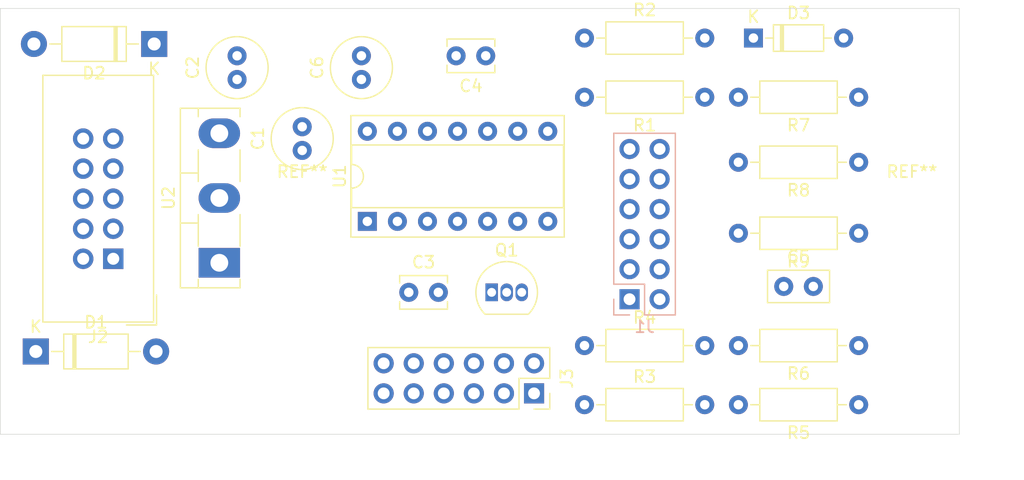
<source format=kicad_pcb>
(kicad_pcb (version 20171130) (host pcbnew 5.1.5-52549c5~84~ubuntu18.04.1)

  (general
    (thickness 1.6)
    (drawings 4)
    (tracks 0)
    (zones 0)
    (modules 26)
    (nets 27)
  )

  (page A4)
  (layers
    (0 F.Cu signal)
    (31 B.Cu signal)
    (32 B.Adhes user)
    (33 F.Adhes user)
    (34 B.Paste user)
    (35 F.Paste user)
    (36 B.SilkS user)
    (37 F.SilkS user)
    (38 B.Mask user)
    (39 F.Mask user)
    (40 Dwgs.User user)
    (41 Cmts.User user)
    (42 Eco1.User user)
    (43 Eco2.User user)
    (44 Edge.Cuts user)
    (45 Margin user)
    (46 B.CrtYd user)
    (47 F.CrtYd user)
    (48 B.Fab user)
    (49 F.Fab user)
  )

  (setup
    (last_trace_width 0.25)
    (trace_clearance 0.2)
    (zone_clearance 0.508)
    (zone_45_only no)
    (trace_min 0.2)
    (via_size 0.8)
    (via_drill 0.4)
    (via_min_size 0.4)
    (via_min_drill 0.3)
    (uvia_size 0.3)
    (uvia_drill 0.1)
    (uvias_allowed no)
    (uvia_min_size 0.2)
    (uvia_min_drill 0.1)
    (edge_width 0.05)
    (segment_width 0.2)
    (pcb_text_width 0.3)
    (pcb_text_size 1.5 1.5)
    (mod_edge_width 0.12)
    (mod_text_size 1 1)
    (mod_text_width 0.15)
    (pad_size 1.524 1.524)
    (pad_drill 0.762)
    (pad_to_mask_clearance 0.051)
    (solder_mask_min_width 0.25)
    (aux_axis_origin 0 0)
    (visible_elements FFFFFF7F)
    (pcbplotparams
      (layerselection 0x010fc_ffffffff)
      (usegerberextensions false)
      (usegerberattributes false)
      (usegerberadvancedattributes false)
      (creategerberjobfile false)
      (excludeedgelayer true)
      (linewidth 0.100000)
      (plotframeref false)
      (viasonmask false)
      (mode 1)
      (useauxorigin false)
      (hpglpennumber 1)
      (hpglpenspeed 20)
      (hpglpendiameter 15.000000)
      (psnegative false)
      (psa4output false)
      (plotreference true)
      (plotvalue true)
      (plotinvisibletext false)
      (padsonsilk false)
      (subtractmaskfromsilk false)
      (outputformat 1)
      (mirror false)
      (drillshape 1)
      (scaleselection 1)
      (outputdirectory ""))
  )

  (net 0 "")
  (net 1 GND)
  (net 2 "Net-(C5-Pad2)")
  (net 3 "Net-(C5-Pad1)")
  (net 4 VCC)
  (net 5 /TRIG6_M)
  (net 6 /TRIG5_M)
  (net 7 /TRIG4_M)
  (net 8 OUT)
  (net 9 /TRIG3_M)
  (net 10 "Net-(J1-Pad5)")
  (net 11 /TRIG2_M)
  (net 12 CVOFFS)
  (net 13 /TRIG1_M)
  (net 14 CVIN)
  (net 15 STATUS)
  (net 16 AUDIO)
  (net 17 CVB)
  (net 18 REST)
  (net 19 "Net-(Q1-Pad2)")
  (net 20 "Net-(R1-Pad1)")
  (net 21 "Net-(R5-Pad2)")
  (net 22 "Net-(R8-Pad1)")
  (net 23 "Net-(C1-Pad1)")
  (net 24 "Net-(C2-Pad2)")
  (net 25 /+12V)
  (net 26 /-12V)

  (net_class Default "This is the default net class."
    (clearance 0.2)
    (trace_width 0.25)
    (via_dia 0.8)
    (via_drill 0.4)
    (uvia_dia 0.3)
    (uvia_drill 0.1)
    (add_net /+12V)
    (add_net /-12V)
    (add_net /TRIG1_M)
    (add_net /TRIG2_M)
    (add_net /TRIG3_M)
    (add_net /TRIG4_M)
    (add_net /TRIG5_M)
    (add_net /TRIG6_M)
    (add_net AUDIO)
    (add_net CVB)
    (add_net CVIN)
    (add_net CVOFFS)
    (add_net GND)
    (add_net "Net-(C1-Pad1)")
    (add_net "Net-(C2-Pad2)")
    (add_net "Net-(C5-Pad1)")
    (add_net "Net-(C5-Pad2)")
    (add_net "Net-(J1-Pad5)")
    (add_net "Net-(Q1-Pad2)")
    (add_net "Net-(R1-Pad1)")
    (add_net "Net-(R5-Pad2)")
    (add_net "Net-(R8-Pad1)")
    (add_net OUT)
    (add_net REST)
    (add_net STATUS)
    (add_net VCC)
  )

  (module MountingHole:MountingHole_3.2mm_M3 (layer F.Cu) (tedit 56D1B4CB) (tstamp 5E538AB9)
    (at 173 88)
    (descr "Mounting Hole 3.2mm, no annular, M3")
    (tags "mounting hole 3.2mm no annular m3")
    (attr virtual)
    (fp_text reference REF** (at 0 -4.2) (layer F.SilkS)
      (effects (font (size 1 1) (thickness 0.15)))
    )
    (fp_text value MountingHole_3.2mm_M3 (at 0 4.2) (layer F.Fab)
      (effects (font (size 1 1) (thickness 0.15)))
    )
    (fp_circle (center 0 0) (end 3.45 0) (layer F.CrtYd) (width 0.05))
    (fp_circle (center 0 0) (end 3.2 0) (layer Cmts.User) (width 0.15))
    (fp_text user %R (at 0.3 0) (layer F.Fab)
      (effects (font (size 1 1) (thickness 0.15)))
    )
    (pad 1 np_thru_hole circle (at 0 0) (size 3.2 3.2) (drill 3.2) (layers *.Cu *.Mask))
  )

  (module MountingHole:MountingHole_3.2mm_M3 (layer F.Cu) (tedit 56D1B4CB) (tstamp 5E5389FD)
    (at 121.5 88)
    (descr "Mounting Hole 3.2mm, no annular, M3")
    (tags "mounting hole 3.2mm no annular m3")
    (attr virtual)
    (fp_text reference REF** (at 0 -4.2) (layer F.SilkS)
      (effects (font (size 1 1) (thickness 0.15)))
    )
    (fp_text value MountingHole_3.2mm_M3 (at 0 4.2) (layer F.Fab)
      (effects (font (size 1 1) (thickness 0.15)))
    )
    (fp_circle (center 0 0) (end 3.45 0) (layer F.CrtYd) (width 0.05))
    (fp_circle (center 0 0) (end 3.2 0) (layer Cmts.User) (width 0.15))
    (fp_text user %R (at 0.3 0) (layer F.Fab)
      (effects (font (size 1 1) (thickness 0.15)))
    )
    (pad 1 np_thru_hole circle (at 0 0) (size 3.2 3.2) (drill 3.2) (layers *.Cu *.Mask))
  )

  (module Package_TO_SOT_THT:TO-218-3_Vertical (layer F.Cu) (tedit 5ACBC81F) (tstamp 5E52CE54)
    (at 114.5 91.5 90)
    (descr "TO-218-3, Vertical, RM 5.475mm, SOT-93, see https://www.vishay.com/docs/95214/fto218.pdf")
    (tags "TO-218-3 Vertical RM 5.475mm SOT-93")
    (path /5E564B89)
    (fp_text reference U2 (at 5.475 -4.29 90) (layer F.SilkS)
      (effects (font (size 1 1) (thickness 0.15)))
    )
    (fp_text value L7805 (at 5.475 3 90) (layer F.Fab)
      (effects (font (size 1 1) (thickness 0.15)))
    )
    (fp_text user %R (at 5.475 -4.29 90) (layer F.Fab)
      (effects (font (size 1 1) (thickness 0.15)))
    )
    (fp_line (start 13.2 -3.42) (end -2.25 -3.42) (layer F.CrtYd) (width 0.05))
    (fp_line (start 13.2 2) (end 13.2 -3.42) (layer F.CrtYd) (width 0.05))
    (fp_line (start -2.25 2) (end 13.2 2) (layer F.CrtYd) (width 0.05))
    (fp_line (start -2.25 -3.42) (end -2.25 2) (layer F.CrtYd) (width 0.05))
    (fp_line (start 7.59 -3.29) (end 7.59 -1.78) (layer F.SilkS) (width 0.12))
    (fp_line (start 3.36 -3.29) (end 3.36 -1.78) (layer F.SilkS) (width 0.12))
    (fp_line (start 12.35 -1.78) (end 13.065 -1.78) (layer F.SilkS) (width 0.12))
    (fp_line (start 6.875 -1.78) (end 9.55 -1.78) (layer F.SilkS) (width 0.12))
    (fp_line (start 1.4 -1.78) (end 4.075 -1.78) (layer F.SilkS) (width 0.12))
    (fp_line (start -2.115 -1.78) (end -1.4 -1.78) (layer F.SilkS) (width 0.12))
    (fp_line (start 13.065 -3.29) (end 13.065 1.75) (layer F.SilkS) (width 0.12))
    (fp_line (start -2.115 -3.29) (end -2.115 1.75) (layer F.SilkS) (width 0.12))
    (fp_line (start 12.35 1.75) (end 13.065 1.75) (layer F.SilkS) (width 0.12))
    (fp_line (start 6.875 1.75) (end 9.55 1.75) (layer F.SilkS) (width 0.12))
    (fp_line (start 1.4 1.75) (end 4.075 1.75) (layer F.SilkS) (width 0.12))
    (fp_line (start -2.115 1.75) (end -1.4 1.75) (layer F.SilkS) (width 0.12))
    (fp_line (start -2.115 -3.29) (end 13.065 -3.29) (layer F.SilkS) (width 0.12))
    (fp_line (start 7.59 -3.17) (end 7.59 -1.9) (layer F.Fab) (width 0.1))
    (fp_line (start 3.36 -3.17) (end 3.36 -1.9) (layer F.Fab) (width 0.1))
    (fp_line (start -1.995 -1.9) (end 12.945 -1.9) (layer F.Fab) (width 0.1))
    (fp_line (start 12.945 -3.17) (end -1.995 -3.17) (layer F.Fab) (width 0.1))
    (fp_line (start 12.945 1.63) (end 12.945 -3.17) (layer F.Fab) (width 0.1))
    (fp_line (start -1.995 1.63) (end 12.945 1.63) (layer F.Fab) (width 0.1))
    (fp_line (start -1.995 -3.17) (end -1.995 1.63) (layer F.Fab) (width 0.1))
    (pad 3 thru_hole oval (at 10.95 0 90) (size 2.5 3.5) (drill 1.5) (layers *.Cu *.Mask)
      (net 4 VCC))
    (pad 2 thru_hole oval (at 5.475 0 90) (size 2.5 3.5) (drill 1.5) (layers *.Cu *.Mask)
      (net 1 GND))
    (pad 1 thru_hole rect (at 0 0 90) (size 2.5 3.5) (drill 1.5) (layers *.Cu *.Mask)
      (net 23 "Net-(C1-Pad1)"))
    (model ${KISYS3DMOD}/Package_TO_SOT_THT.3dshapes/TO-218-3_Vertical.wrl
      (at (xyz 0 0 0))
      (scale (xyz 1 1 1))
      (rotate (xyz 0 0 0))
    )
  )

  (module Connector_IDC:IDC-Header_2x05_P2.54mm_Vertical (layer F.Cu) (tedit 59DE0611) (tstamp 5E52CD07)
    (at 105.54 91.16 180)
    (descr "Through hole straight IDC box header, 2x05, 2.54mm pitch, double rows")
    (tags "Through hole IDC box header THT 2x05 2.54mm double row")
    (path /5E564B6B)
    (fp_text reference J2 (at 1.27 -6.604) (layer F.SilkS)
      (effects (font (size 1 1) (thickness 0.15)))
    )
    (fp_text value EURO_PWR_2x5 (at 1.27 16.764) (layer F.Fab)
      (effects (font (size 1 1) (thickness 0.15)))
    )
    (fp_line (start -3.655 -5.6) (end -1.115 -5.6) (layer F.SilkS) (width 0.12))
    (fp_line (start -3.655 -5.6) (end -3.655 -3.06) (layer F.SilkS) (width 0.12))
    (fp_line (start -3.405 -5.35) (end 5.945 -5.35) (layer F.SilkS) (width 0.12))
    (fp_line (start -3.405 15.51) (end -3.405 -5.35) (layer F.SilkS) (width 0.12))
    (fp_line (start 5.945 15.51) (end -3.405 15.51) (layer F.SilkS) (width 0.12))
    (fp_line (start 5.945 -5.35) (end 5.945 15.51) (layer F.SilkS) (width 0.12))
    (fp_line (start -3.41 -5.35) (end 5.95 -5.35) (layer F.CrtYd) (width 0.05))
    (fp_line (start -3.41 15.51) (end -3.41 -5.35) (layer F.CrtYd) (width 0.05))
    (fp_line (start 5.95 15.51) (end -3.41 15.51) (layer F.CrtYd) (width 0.05))
    (fp_line (start 5.95 -5.35) (end 5.95 15.51) (layer F.CrtYd) (width 0.05))
    (fp_line (start -3.155 15.26) (end -2.605 14.7) (layer F.Fab) (width 0.1))
    (fp_line (start -3.155 -5.1) (end -2.605 -4.56) (layer F.Fab) (width 0.1))
    (fp_line (start 5.695 15.26) (end 5.145 14.7) (layer F.Fab) (width 0.1))
    (fp_line (start 5.695 -5.1) (end 5.145 -4.56) (layer F.Fab) (width 0.1))
    (fp_line (start 5.145 14.7) (end -2.605 14.7) (layer F.Fab) (width 0.1))
    (fp_line (start 5.695 15.26) (end -3.155 15.26) (layer F.Fab) (width 0.1))
    (fp_line (start 5.145 -4.56) (end -2.605 -4.56) (layer F.Fab) (width 0.1))
    (fp_line (start 5.695 -5.1) (end -3.155 -5.1) (layer F.Fab) (width 0.1))
    (fp_line (start -2.605 7.33) (end -3.155 7.33) (layer F.Fab) (width 0.1))
    (fp_line (start -2.605 2.83) (end -3.155 2.83) (layer F.Fab) (width 0.1))
    (fp_line (start -2.605 7.33) (end -2.605 14.7) (layer F.Fab) (width 0.1))
    (fp_line (start -2.605 -4.56) (end -2.605 2.83) (layer F.Fab) (width 0.1))
    (fp_line (start -3.155 -5.1) (end -3.155 15.26) (layer F.Fab) (width 0.1))
    (fp_line (start 5.145 -4.56) (end 5.145 14.7) (layer F.Fab) (width 0.1))
    (fp_line (start 5.695 -5.1) (end 5.695 15.26) (layer F.Fab) (width 0.1))
    (fp_text user %R (at 1.27 5.08) (layer F.Fab)
      (effects (font (size 1 1) (thickness 0.15)))
    )
    (pad 10 thru_hole oval (at 2.54 10.16 180) (size 1.7272 1.7272) (drill 1.016) (layers *.Cu *.Mask)
      (net 26 /-12V))
    (pad 9 thru_hole oval (at 0 10.16 180) (size 1.7272 1.7272) (drill 1.016) (layers *.Cu *.Mask)
      (net 26 /-12V))
    (pad 8 thru_hole oval (at 2.54 7.62 180) (size 1.7272 1.7272) (drill 1.016) (layers *.Cu *.Mask)
      (net 1 GND))
    (pad 7 thru_hole oval (at 0 7.62 180) (size 1.7272 1.7272) (drill 1.016) (layers *.Cu *.Mask)
      (net 1 GND))
    (pad 6 thru_hole oval (at 2.54 5.08 180) (size 1.7272 1.7272) (drill 1.016) (layers *.Cu *.Mask)
      (net 1 GND))
    (pad 5 thru_hole oval (at 0 5.08 180) (size 1.7272 1.7272) (drill 1.016) (layers *.Cu *.Mask)
      (net 1 GND))
    (pad 4 thru_hole oval (at 2.54 2.54 180) (size 1.7272 1.7272) (drill 1.016) (layers *.Cu *.Mask)
      (net 1 GND))
    (pad 3 thru_hole oval (at 0 2.54 180) (size 1.7272 1.7272) (drill 1.016) (layers *.Cu *.Mask)
      (net 1 GND))
    (pad 2 thru_hole oval (at 2.54 0 180) (size 1.7272 1.7272) (drill 1.016) (layers *.Cu *.Mask)
      (net 25 /+12V))
    (pad 1 thru_hole rect (at 0 0 180) (size 1.7272 1.7272) (drill 1.016) (layers *.Cu *.Mask)
      (net 25 /+12V))
    (model ${KISYS3DMOD}/Connector_IDC.3dshapes/IDC-Header_2x05_P2.54mm_Vertical.wrl
      (at (xyz 0 0 0))
      (scale (xyz 1 1 1))
      (rotate (xyz 0 0 0))
    )
  )

  (module Package_DIP:DIP-14_W7.62mm_Socket (layer F.Cu) (tedit 5A02E8C5) (tstamp 5E52CE34)
    (at 127 88 90)
    (descr "14-lead though-hole mounted DIP package, row spacing 7.62 mm (300 mils), Socket")
    (tags "THT DIP DIL PDIP 2.54mm 7.62mm 300mil Socket")
    (path /5E564BDF)
    (fp_text reference U1 (at 3.81 -2.33 90) (layer F.SilkS)
      (effects (font (size 1 1) (thickness 0.15)))
    )
    (fp_text value TL074 (at 3.81 17.57 90) (layer F.Fab)
      (effects (font (size 1 1) (thickness 0.15)))
    )
    (fp_text user %R (at 3.81 7.62 90) (layer F.Fab)
      (effects (font (size 1 1) (thickness 0.15)))
    )
    (fp_line (start 9.15 -1.6) (end -1.55 -1.6) (layer F.CrtYd) (width 0.05))
    (fp_line (start 9.15 16.85) (end 9.15 -1.6) (layer F.CrtYd) (width 0.05))
    (fp_line (start -1.55 16.85) (end 9.15 16.85) (layer F.CrtYd) (width 0.05))
    (fp_line (start -1.55 -1.6) (end -1.55 16.85) (layer F.CrtYd) (width 0.05))
    (fp_line (start 8.95 -1.39) (end -1.33 -1.39) (layer F.SilkS) (width 0.12))
    (fp_line (start 8.95 16.63) (end 8.95 -1.39) (layer F.SilkS) (width 0.12))
    (fp_line (start -1.33 16.63) (end 8.95 16.63) (layer F.SilkS) (width 0.12))
    (fp_line (start -1.33 -1.39) (end -1.33 16.63) (layer F.SilkS) (width 0.12))
    (fp_line (start 6.46 -1.33) (end 4.81 -1.33) (layer F.SilkS) (width 0.12))
    (fp_line (start 6.46 16.57) (end 6.46 -1.33) (layer F.SilkS) (width 0.12))
    (fp_line (start 1.16 16.57) (end 6.46 16.57) (layer F.SilkS) (width 0.12))
    (fp_line (start 1.16 -1.33) (end 1.16 16.57) (layer F.SilkS) (width 0.12))
    (fp_line (start 2.81 -1.33) (end 1.16 -1.33) (layer F.SilkS) (width 0.12))
    (fp_line (start 8.89 -1.33) (end -1.27 -1.33) (layer F.Fab) (width 0.1))
    (fp_line (start 8.89 16.57) (end 8.89 -1.33) (layer F.Fab) (width 0.1))
    (fp_line (start -1.27 16.57) (end 8.89 16.57) (layer F.Fab) (width 0.1))
    (fp_line (start -1.27 -1.33) (end -1.27 16.57) (layer F.Fab) (width 0.1))
    (fp_line (start 0.635 -0.27) (end 1.635 -1.27) (layer F.Fab) (width 0.1))
    (fp_line (start 0.635 16.51) (end 0.635 -0.27) (layer F.Fab) (width 0.1))
    (fp_line (start 6.985 16.51) (end 0.635 16.51) (layer F.Fab) (width 0.1))
    (fp_line (start 6.985 -1.27) (end 6.985 16.51) (layer F.Fab) (width 0.1))
    (fp_line (start 1.635 -1.27) (end 6.985 -1.27) (layer F.Fab) (width 0.1))
    (fp_arc (start 3.81 -1.33) (end 2.81 -1.33) (angle -180) (layer F.SilkS) (width 0.12))
    (pad 14 thru_hole oval (at 7.62 0 90) (size 1.6 1.6) (drill 0.8) (layers *.Cu *.Mask))
    (pad 7 thru_hole oval (at 0 15.24 90) (size 1.6 1.6) (drill 0.8) (layers *.Cu *.Mask)
      (net 21 "Net-(R5-Pad2)"))
    (pad 13 thru_hole oval (at 7.62 2.54 90) (size 1.6 1.6) (drill 0.8) (layers *.Cu *.Mask))
    (pad 6 thru_hole oval (at 0 12.7 90) (size 1.6 1.6) (drill 0.8) (layers *.Cu *.Mask)
      (net 15 STATUS))
    (pad 12 thru_hole oval (at 7.62 5.08 90) (size 1.6 1.6) (drill 0.8) (layers *.Cu *.Mask))
    (pad 5 thru_hole oval (at 0 10.16 90) (size 1.6 1.6) (drill 0.8) (layers *.Cu *.Mask)
      (net 20 "Net-(R1-Pad1)"))
    (pad 11 thru_hole oval (at 7.62 7.62 90) (size 1.6 1.6) (drill 0.8) (layers *.Cu *.Mask)
      (net 24 "Net-(C2-Pad2)"))
    (pad 4 thru_hole oval (at 0 7.62 90) (size 1.6 1.6) (drill 0.8) (layers *.Cu *.Mask)
      (net 23 "Net-(C1-Pad1)"))
    (pad 10 thru_hole oval (at 7.62 10.16 90) (size 1.6 1.6) (drill 0.8) (layers *.Cu *.Mask)
      (net 3 "Net-(C5-Pad1)"))
    (pad 3 thru_hole oval (at 0 5.08 90) (size 1.6 1.6) (drill 0.8) (layers *.Cu *.Mask)
      (net 1 GND))
    (pad 9 thru_hole oval (at 7.62 12.7 90) (size 1.6 1.6) (drill 0.8) (layers *.Cu *.Mask)
      (net 19 "Net-(Q1-Pad2)"))
    (pad 2 thru_hole oval (at 0 2.54 90) (size 1.6 1.6) (drill 0.8) (layers *.Cu *.Mask)
      (net 22 "Net-(R8-Pad1)"))
    (pad 8 thru_hole oval (at 7.62 15.24 90) (size 1.6 1.6) (drill 0.8) (layers *.Cu *.Mask)
      (net 19 "Net-(Q1-Pad2)"))
    (pad 1 thru_hole rect (at 0 0 90) (size 1.6 1.6) (drill 0.8) (layers *.Cu *.Mask)
      (net 8 OUT))
    (model ${KISYS3DMOD}/Package_DIP.3dshapes/DIP-14_W7.62mm_Socket.wrl
      (at (xyz 0 0 0))
      (scale (xyz 1 1 1))
      (rotate (xyz 0 0 0))
    )
  )

  (module Resistor_THT:R_Axial_DIN0207_L6.3mm_D2.5mm_P10.16mm_Horizontal (layer F.Cu) (tedit 5AE5139B) (tstamp 5E52CE0A)
    (at 168.5 89 180)
    (descr "Resistor, Axial_DIN0207 series, Axial, Horizontal, pin pitch=10.16mm, 0.25W = 1/4W, length*diameter=6.3*2.5mm^2, http://cdn-reichelt.de/documents/datenblatt/B400/1_4W%23YAG.pdf")
    (tags "Resistor Axial_DIN0207 series Axial Horizontal pin pitch 10.16mm 0.25W = 1/4W length 6.3mm diameter 2.5mm")
    (path /5E564C18)
    (fp_text reference R9 (at 5.08 -2.37) (layer F.SilkS)
      (effects (font (size 1 1) (thickness 0.15)))
    )
    (fp_text value 47K (at 5.08 2.37) (layer F.Fab)
      (effects (font (size 1 1) (thickness 0.15)))
    )
    (fp_text user %R (at 5.08 0) (layer F.Fab)
      (effects (font (size 1 1) (thickness 0.15)))
    )
    (fp_line (start 11.21 -1.5) (end -1.05 -1.5) (layer F.CrtYd) (width 0.05))
    (fp_line (start 11.21 1.5) (end 11.21 -1.5) (layer F.CrtYd) (width 0.05))
    (fp_line (start -1.05 1.5) (end 11.21 1.5) (layer F.CrtYd) (width 0.05))
    (fp_line (start -1.05 -1.5) (end -1.05 1.5) (layer F.CrtYd) (width 0.05))
    (fp_line (start 9.12 0) (end 8.35 0) (layer F.SilkS) (width 0.12))
    (fp_line (start 1.04 0) (end 1.81 0) (layer F.SilkS) (width 0.12))
    (fp_line (start 8.35 -1.37) (end 1.81 -1.37) (layer F.SilkS) (width 0.12))
    (fp_line (start 8.35 1.37) (end 8.35 -1.37) (layer F.SilkS) (width 0.12))
    (fp_line (start 1.81 1.37) (end 8.35 1.37) (layer F.SilkS) (width 0.12))
    (fp_line (start 1.81 -1.37) (end 1.81 1.37) (layer F.SilkS) (width 0.12))
    (fp_line (start 10.16 0) (end 8.23 0) (layer F.Fab) (width 0.1))
    (fp_line (start 0 0) (end 1.93 0) (layer F.Fab) (width 0.1))
    (fp_line (start 8.23 -1.25) (end 1.93 -1.25) (layer F.Fab) (width 0.1))
    (fp_line (start 8.23 1.25) (end 8.23 -1.25) (layer F.Fab) (width 0.1))
    (fp_line (start 1.93 1.25) (end 8.23 1.25) (layer F.Fab) (width 0.1))
    (fp_line (start 1.93 -1.25) (end 1.93 1.25) (layer F.Fab) (width 0.1))
    (pad 2 thru_hole oval (at 10.16 0 180) (size 1.6 1.6) (drill 0.8) (layers *.Cu *.Mask)
      (net 22 "Net-(R8-Pad1)"))
    (pad 1 thru_hole circle (at 0 0 180) (size 1.6 1.6) (drill 0.8) (layers *.Cu *.Mask)
      (net 8 OUT))
    (model ${KISYS3DMOD}/Resistor_THT.3dshapes/R_Axial_DIN0207_L6.3mm_D2.5mm_P10.16mm_Horizontal.wrl
      (at (xyz 0 0 0))
      (scale (xyz 1 1 1))
      (rotate (xyz 0 0 0))
    )
  )

  (module Resistor_THT:R_Axial_DIN0207_L6.3mm_D2.5mm_P10.16mm_Horizontal (layer F.Cu) (tedit 5AE5139B) (tstamp 5E52CDF3)
    (at 168.5 83 180)
    (descr "Resistor, Axial_DIN0207 series, Axial, Horizontal, pin pitch=10.16mm, 0.25W = 1/4W, length*diameter=6.3*2.5mm^2, http://cdn-reichelt.de/documents/datenblatt/B400/1_4W%23YAG.pdf")
    (tags "Resistor Axial_DIN0207 series Axial Horizontal pin pitch 10.16mm 0.25W = 1/4W length 6.3mm diameter 2.5mm")
    (path /5E564C1E)
    (fp_text reference R8 (at 5.08 -2.37) (layer F.SilkS)
      (effects (font (size 1 1) (thickness 0.15)))
    )
    (fp_text value 47K (at 5.08 2.37) (layer F.Fab)
      (effects (font (size 1 1) (thickness 0.15)))
    )
    (fp_text user %R (at 5.08 0) (layer F.Fab)
      (effects (font (size 1 1) (thickness 0.15)))
    )
    (fp_line (start 11.21 -1.5) (end -1.05 -1.5) (layer F.CrtYd) (width 0.05))
    (fp_line (start 11.21 1.5) (end 11.21 -1.5) (layer F.CrtYd) (width 0.05))
    (fp_line (start -1.05 1.5) (end 11.21 1.5) (layer F.CrtYd) (width 0.05))
    (fp_line (start -1.05 -1.5) (end -1.05 1.5) (layer F.CrtYd) (width 0.05))
    (fp_line (start 9.12 0) (end 8.35 0) (layer F.SilkS) (width 0.12))
    (fp_line (start 1.04 0) (end 1.81 0) (layer F.SilkS) (width 0.12))
    (fp_line (start 8.35 -1.37) (end 1.81 -1.37) (layer F.SilkS) (width 0.12))
    (fp_line (start 8.35 1.37) (end 8.35 -1.37) (layer F.SilkS) (width 0.12))
    (fp_line (start 1.81 1.37) (end 8.35 1.37) (layer F.SilkS) (width 0.12))
    (fp_line (start 1.81 -1.37) (end 1.81 1.37) (layer F.SilkS) (width 0.12))
    (fp_line (start 10.16 0) (end 8.23 0) (layer F.Fab) (width 0.1))
    (fp_line (start 0 0) (end 1.93 0) (layer F.Fab) (width 0.1))
    (fp_line (start 8.23 -1.25) (end 1.93 -1.25) (layer F.Fab) (width 0.1))
    (fp_line (start 8.23 1.25) (end 8.23 -1.25) (layer F.Fab) (width 0.1))
    (fp_line (start 1.93 1.25) (end 8.23 1.25) (layer F.Fab) (width 0.1))
    (fp_line (start 1.93 -1.25) (end 1.93 1.25) (layer F.Fab) (width 0.1))
    (pad 2 thru_hole oval (at 10.16 0 180) (size 1.6 1.6) (drill 0.8) (layers *.Cu *.Mask)
      (net 16 AUDIO))
    (pad 1 thru_hole circle (at 0 0 180) (size 1.6 1.6) (drill 0.8) (layers *.Cu *.Mask)
      (net 22 "Net-(R8-Pad1)"))
    (model ${KISYS3DMOD}/Resistor_THT.3dshapes/R_Axial_DIN0207_L6.3mm_D2.5mm_P10.16mm_Horizontal.wrl
      (at (xyz 0 0 0))
      (scale (xyz 1 1 1))
      (rotate (xyz 0 0 0))
    )
  )

  (module Resistor_THT:R_Axial_DIN0207_L6.3mm_D2.5mm_P10.16mm_Horizontal (layer F.Cu) (tedit 5AE5139B) (tstamp 5E52CDDC)
    (at 168.5 77.5 180)
    (descr "Resistor, Axial_DIN0207 series, Axial, Horizontal, pin pitch=10.16mm, 0.25W = 1/4W, length*diameter=6.3*2.5mm^2, http://cdn-reichelt.de/documents/datenblatt/B400/1_4W%23YAG.pdf")
    (tags "Resistor Axial_DIN0207 series Axial Horizontal pin pitch 10.16mm 0.25W = 1/4W length 6.3mm diameter 2.5mm")
    (path /5E681FDF)
    (fp_text reference R7 (at 5.08 -2.37) (layer F.SilkS)
      (effects (font (size 1 1) (thickness 0.15)))
    )
    (fp_text value 47k (at 5.08 2.37) (layer F.Fab)
      (effects (font (size 1 1) (thickness 0.15)))
    )
    (fp_text user %R (at 5.08 0 180) (layer F.Fab)
      (effects (font (size 1 1) (thickness 0.15)))
    )
    (fp_line (start 11.21 -1.5) (end -1.05 -1.5) (layer F.CrtYd) (width 0.05))
    (fp_line (start 11.21 1.5) (end 11.21 -1.5) (layer F.CrtYd) (width 0.05))
    (fp_line (start -1.05 1.5) (end 11.21 1.5) (layer F.CrtYd) (width 0.05))
    (fp_line (start -1.05 -1.5) (end -1.05 1.5) (layer F.CrtYd) (width 0.05))
    (fp_line (start 9.12 0) (end 8.35 0) (layer F.SilkS) (width 0.12))
    (fp_line (start 1.04 0) (end 1.81 0) (layer F.SilkS) (width 0.12))
    (fp_line (start 8.35 -1.37) (end 1.81 -1.37) (layer F.SilkS) (width 0.12))
    (fp_line (start 8.35 1.37) (end 8.35 -1.37) (layer F.SilkS) (width 0.12))
    (fp_line (start 1.81 1.37) (end 8.35 1.37) (layer F.SilkS) (width 0.12))
    (fp_line (start 1.81 -1.37) (end 1.81 1.37) (layer F.SilkS) (width 0.12))
    (fp_line (start 10.16 0) (end 8.23 0) (layer F.Fab) (width 0.1))
    (fp_line (start 0 0) (end 1.93 0) (layer F.Fab) (width 0.1))
    (fp_line (start 8.23 -1.25) (end 1.93 -1.25) (layer F.Fab) (width 0.1))
    (fp_line (start 8.23 1.25) (end 8.23 -1.25) (layer F.Fab) (width 0.1))
    (fp_line (start 1.93 1.25) (end 8.23 1.25) (layer F.Fab) (width 0.1))
    (fp_line (start 1.93 -1.25) (end 1.93 1.25) (layer F.Fab) (width 0.1))
    (pad 2 thru_hole oval (at 10.16 0 180) (size 1.6 1.6) (drill 0.8) (layers *.Cu *.Mask)
      (net 3 "Net-(C5-Pad1)"))
    (pad 1 thru_hole circle (at 0 0 180) (size 1.6 1.6) (drill 0.8) (layers *.Cu *.Mask)
      (net 1 GND))
    (model ${KISYS3DMOD}/Resistor_THT.3dshapes/R_Axial_DIN0207_L6.3mm_D2.5mm_P10.16mm_Horizontal.wrl
      (at (xyz 0 0 0))
      (scale (xyz 1 1 1))
      (rotate (xyz 0 0 0))
    )
  )

  (module Resistor_THT:R_Axial_DIN0207_L6.3mm_D2.5mm_P10.16mm_Horizontal (layer F.Cu) (tedit 5AE5139B) (tstamp 5E52CDC5)
    (at 168.5 98.5 180)
    (descr "Resistor, Axial_DIN0207 series, Axial, Horizontal, pin pitch=10.16mm, 0.25W = 1/4W, length*diameter=6.3*2.5mm^2, http://cdn-reichelt.de/documents/datenblatt/B400/1_4W%23YAG.pdf")
    (tags "Resistor Axial_DIN0207 series Axial Horizontal pin pitch 10.16mm 0.25W = 1/4W length 6.3mm diameter 2.5mm")
    (path /5E678D41)
    (fp_text reference R6 (at 5.08 -2.37) (layer F.SilkS)
      (effects (font (size 1 1) (thickness 0.15)))
    )
    (fp_text value 1k (at 5.08 2.37) (layer F.Fab)
      (effects (font (size 1 1) (thickness 0.15)))
    )
    (fp_text user %R (at 5.08 0) (layer F.Fab)
      (effects (font (size 1 1) (thickness 0.15)))
    )
    (fp_line (start 11.21 -1.5) (end -1.05 -1.5) (layer F.CrtYd) (width 0.05))
    (fp_line (start 11.21 1.5) (end 11.21 -1.5) (layer F.CrtYd) (width 0.05))
    (fp_line (start -1.05 1.5) (end 11.21 1.5) (layer F.CrtYd) (width 0.05))
    (fp_line (start -1.05 -1.5) (end -1.05 1.5) (layer F.CrtYd) (width 0.05))
    (fp_line (start 9.12 0) (end 8.35 0) (layer F.SilkS) (width 0.12))
    (fp_line (start 1.04 0) (end 1.81 0) (layer F.SilkS) (width 0.12))
    (fp_line (start 8.35 -1.37) (end 1.81 -1.37) (layer F.SilkS) (width 0.12))
    (fp_line (start 8.35 1.37) (end 8.35 -1.37) (layer F.SilkS) (width 0.12))
    (fp_line (start 1.81 1.37) (end 8.35 1.37) (layer F.SilkS) (width 0.12))
    (fp_line (start 1.81 -1.37) (end 1.81 1.37) (layer F.SilkS) (width 0.12))
    (fp_line (start 10.16 0) (end 8.23 0) (layer F.Fab) (width 0.1))
    (fp_line (start 0 0) (end 1.93 0) (layer F.Fab) (width 0.1))
    (fp_line (start 8.23 -1.25) (end 1.93 -1.25) (layer F.Fab) (width 0.1))
    (fp_line (start 8.23 1.25) (end 8.23 -1.25) (layer F.Fab) (width 0.1))
    (fp_line (start 1.93 1.25) (end 8.23 1.25) (layer F.Fab) (width 0.1))
    (fp_line (start 1.93 -1.25) (end 1.93 1.25) (layer F.Fab) (width 0.1))
    (pad 2 thru_hole oval (at 10.16 0 180) (size 1.6 1.6) (drill 0.8) (layers *.Cu *.Mask)
      (net 2 "Net-(C5-Pad2)"))
    (pad 1 thru_hole circle (at 0 0 180) (size 1.6 1.6) (drill 0.8) (layers *.Cu *.Mask)
      (net 1 GND))
    (model ${KISYS3DMOD}/Resistor_THT.3dshapes/R_Axial_DIN0207_L6.3mm_D2.5mm_P10.16mm_Horizontal.wrl
      (at (xyz 0 0 0))
      (scale (xyz 1 1 1))
      (rotate (xyz 0 0 0))
    )
  )

  (module Resistor_THT:R_Axial_DIN0207_L6.3mm_D2.5mm_P10.16mm_Horizontal (layer F.Cu) (tedit 5AE5139B) (tstamp 5E52CDAE)
    (at 168.5 103.5 180)
    (descr "Resistor, Axial_DIN0207 series, Axial, Horizontal, pin pitch=10.16mm, 0.25W = 1/4W, length*diameter=6.3*2.5mm^2, http://cdn-reichelt.de/documents/datenblatt/B400/1_4W%23YAG.pdf")
    (tags "Resistor Axial_DIN0207 series Axial Horizontal pin pitch 10.16mm 0.25W = 1/4W length 6.3mm diameter 2.5mm")
    (path /5E678403)
    (fp_text reference R5 (at 5.08 -2.37) (layer F.SilkS)
      (effects (font (size 1 1) (thickness 0.15)))
    )
    (fp_text value 1k (at 5.08 2.37) (layer F.Fab)
      (effects (font (size 1 1) (thickness 0.15)))
    )
    (fp_text user %R (at 5.08 0) (layer F.Fab)
      (effects (font (size 1 1) (thickness 0.15)))
    )
    (fp_line (start 11.21 -1.5) (end -1.05 -1.5) (layer F.CrtYd) (width 0.05))
    (fp_line (start 11.21 1.5) (end 11.21 -1.5) (layer F.CrtYd) (width 0.05))
    (fp_line (start -1.05 1.5) (end 11.21 1.5) (layer F.CrtYd) (width 0.05))
    (fp_line (start -1.05 -1.5) (end -1.05 1.5) (layer F.CrtYd) (width 0.05))
    (fp_line (start 9.12 0) (end 8.35 0) (layer F.SilkS) (width 0.12))
    (fp_line (start 1.04 0) (end 1.81 0) (layer F.SilkS) (width 0.12))
    (fp_line (start 8.35 -1.37) (end 1.81 -1.37) (layer F.SilkS) (width 0.12))
    (fp_line (start 8.35 1.37) (end 8.35 -1.37) (layer F.SilkS) (width 0.12))
    (fp_line (start 1.81 1.37) (end 8.35 1.37) (layer F.SilkS) (width 0.12))
    (fp_line (start 1.81 -1.37) (end 1.81 1.37) (layer F.SilkS) (width 0.12))
    (fp_line (start 10.16 0) (end 8.23 0) (layer F.Fab) (width 0.1))
    (fp_line (start 0 0) (end 1.93 0) (layer F.Fab) (width 0.1))
    (fp_line (start 8.23 -1.25) (end 1.93 -1.25) (layer F.Fab) (width 0.1))
    (fp_line (start 8.23 1.25) (end 8.23 -1.25) (layer F.Fab) (width 0.1))
    (fp_line (start 1.93 1.25) (end 8.23 1.25) (layer F.Fab) (width 0.1))
    (fp_line (start 1.93 -1.25) (end 1.93 1.25) (layer F.Fab) (width 0.1))
    (pad 2 thru_hole oval (at 10.16 0 180) (size 1.6 1.6) (drill 0.8) (layers *.Cu *.Mask)
      (net 21 "Net-(R5-Pad2)"))
    (pad 1 thru_hole circle (at 0 0 180) (size 1.6 1.6) (drill 0.8) (layers *.Cu *.Mask)
      (net 2 "Net-(C5-Pad2)"))
    (model ${KISYS3DMOD}/Resistor_THT.3dshapes/R_Axial_DIN0207_L6.3mm_D2.5mm_P10.16mm_Horizontal.wrl
      (at (xyz 0 0 0))
      (scale (xyz 1 1 1))
      (rotate (xyz 0 0 0))
    )
  )

  (module Resistor_THT:R_Axial_DIN0207_L6.3mm_D2.5mm_P10.16mm_Horizontal (layer F.Cu) (tedit 5AE5139B) (tstamp 5E52CD97)
    (at 145.34 98.5)
    (descr "Resistor, Axial_DIN0207 series, Axial, Horizontal, pin pitch=10.16mm, 0.25W = 1/4W, length*diameter=6.3*2.5mm^2, http://cdn-reichelt.de/documents/datenblatt/B400/1_4W%23YAG.pdf")
    (tags "Resistor Axial_DIN0207 series Axial Horizontal pin pitch 10.16mm 0.25W = 1/4W length 6.3mm diameter 2.5mm")
    (path /5E6538B0)
    (fp_text reference R4 (at 5.08 -2.37) (layer F.SilkS)
      (effects (font (size 1 1) (thickness 0.15)))
    )
    (fp_text value 100k (at 5.08 2.37) (layer F.Fab)
      (effects (font (size 1 1) (thickness 0.15)))
    )
    (fp_text user %R (at 5.08 0) (layer F.Fab)
      (effects (font (size 1 1) (thickness 0.15)))
    )
    (fp_line (start 11.21 -1.5) (end -1.05 -1.5) (layer F.CrtYd) (width 0.05))
    (fp_line (start 11.21 1.5) (end 11.21 -1.5) (layer F.CrtYd) (width 0.05))
    (fp_line (start -1.05 1.5) (end 11.21 1.5) (layer F.CrtYd) (width 0.05))
    (fp_line (start -1.05 -1.5) (end -1.05 1.5) (layer F.CrtYd) (width 0.05))
    (fp_line (start 9.12 0) (end 8.35 0) (layer F.SilkS) (width 0.12))
    (fp_line (start 1.04 0) (end 1.81 0) (layer F.SilkS) (width 0.12))
    (fp_line (start 8.35 -1.37) (end 1.81 -1.37) (layer F.SilkS) (width 0.12))
    (fp_line (start 8.35 1.37) (end 8.35 -1.37) (layer F.SilkS) (width 0.12))
    (fp_line (start 1.81 1.37) (end 8.35 1.37) (layer F.SilkS) (width 0.12))
    (fp_line (start 1.81 -1.37) (end 1.81 1.37) (layer F.SilkS) (width 0.12))
    (fp_line (start 10.16 0) (end 8.23 0) (layer F.Fab) (width 0.1))
    (fp_line (start 0 0) (end 1.93 0) (layer F.Fab) (width 0.1))
    (fp_line (start 8.23 -1.25) (end 1.93 -1.25) (layer F.Fab) (width 0.1))
    (fp_line (start 8.23 1.25) (end 8.23 -1.25) (layer F.Fab) (width 0.1))
    (fp_line (start 1.93 1.25) (end 8.23 1.25) (layer F.Fab) (width 0.1))
    (fp_line (start 1.93 -1.25) (end 1.93 1.25) (layer F.Fab) (width 0.1))
    (pad 2 thru_hole oval (at 10.16 0) (size 1.6 1.6) (drill 0.8) (layers *.Cu *.Mask)
      (net 12 CVOFFS))
    (pad 1 thru_hole circle (at 0 0) (size 1.6 1.6) (drill 0.8) (layers *.Cu *.Mask)
      (net 17 CVB))
    (model ${KISYS3DMOD}/Resistor_THT.3dshapes/R_Axial_DIN0207_L6.3mm_D2.5mm_P10.16mm_Horizontal.wrl
      (at (xyz 0 0 0))
      (scale (xyz 1 1 1))
      (rotate (xyz 0 0 0))
    )
  )

  (module Resistor_THT:R_Axial_DIN0207_L6.3mm_D2.5mm_P10.16mm_Horizontal (layer F.Cu) (tedit 5AE5139B) (tstamp 5E52CD80)
    (at 145.34 103.5)
    (descr "Resistor, Axial_DIN0207 series, Axial, Horizontal, pin pitch=10.16mm, 0.25W = 1/4W, length*diameter=6.3*2.5mm^2, http://cdn-reichelt.de/documents/datenblatt/B400/1_4W%23YAG.pdf")
    (tags "Resistor Axial_DIN0207 series Axial Horizontal pin pitch 10.16mm 0.25W = 1/4W length 6.3mm diameter 2.5mm")
    (path /5E64859D)
    (fp_text reference R3 (at 5.08 -2.37 180) (layer F.SilkS)
      (effects (font (size 1 1) (thickness 0.15)))
    )
    (fp_text value 100k (at 5.08 2.37) (layer F.Fab)
      (effects (font (size 1 1) (thickness 0.15)))
    )
    (fp_text user %R (at 5.08 0) (layer F.Fab)
      (effects (font (size 1 1) (thickness 0.15)))
    )
    (fp_line (start 11.21 -1.5) (end -1.05 -1.5) (layer F.CrtYd) (width 0.05))
    (fp_line (start 11.21 1.5) (end 11.21 -1.5) (layer F.CrtYd) (width 0.05))
    (fp_line (start -1.05 1.5) (end 11.21 1.5) (layer F.CrtYd) (width 0.05))
    (fp_line (start -1.05 -1.5) (end -1.05 1.5) (layer F.CrtYd) (width 0.05))
    (fp_line (start 9.12 0) (end 8.35 0) (layer F.SilkS) (width 0.12))
    (fp_line (start 1.04 0) (end 1.81 0) (layer F.SilkS) (width 0.12))
    (fp_line (start 8.35 -1.37) (end 1.81 -1.37) (layer F.SilkS) (width 0.12))
    (fp_line (start 8.35 1.37) (end 8.35 -1.37) (layer F.SilkS) (width 0.12))
    (fp_line (start 1.81 1.37) (end 8.35 1.37) (layer F.SilkS) (width 0.12))
    (fp_line (start 1.81 -1.37) (end 1.81 1.37) (layer F.SilkS) (width 0.12))
    (fp_line (start 10.16 0) (end 8.23 0) (layer F.Fab) (width 0.1))
    (fp_line (start 0 0) (end 1.93 0) (layer F.Fab) (width 0.1))
    (fp_line (start 8.23 -1.25) (end 1.93 -1.25) (layer F.Fab) (width 0.1))
    (fp_line (start 8.23 1.25) (end 8.23 -1.25) (layer F.Fab) (width 0.1))
    (fp_line (start 1.93 1.25) (end 8.23 1.25) (layer F.Fab) (width 0.1))
    (fp_line (start 1.93 -1.25) (end 1.93 1.25) (layer F.Fab) (width 0.1))
    (pad 2 thru_hole oval (at 10.16 0) (size 1.6 1.6) (drill 0.8) (layers *.Cu *.Mask)
      (net 14 CVIN))
    (pad 1 thru_hole circle (at 0 0) (size 1.6 1.6) (drill 0.8) (layers *.Cu *.Mask)
      (net 17 CVB))
    (model ${KISYS3DMOD}/Resistor_THT.3dshapes/R_Axial_DIN0207_L6.3mm_D2.5mm_P10.16mm_Horizontal.wrl
      (at (xyz 0 0 0))
      (scale (xyz 1 1 1))
      (rotate (xyz 0 0 0))
    )
  )

  (module Resistor_THT:R_Axial_DIN0207_L6.3mm_D2.5mm_P10.16mm_Horizontal (layer F.Cu) (tedit 5AE5139B) (tstamp 5E52CD69)
    (at 145.34 72.5)
    (descr "Resistor, Axial_DIN0207 series, Axial, Horizontal, pin pitch=10.16mm, 0.25W = 1/4W, length*diameter=6.3*2.5mm^2, http://cdn-reichelt.de/documents/datenblatt/B400/1_4W%23YAG.pdf")
    (tags "Resistor Axial_DIN0207 series Axial Horizontal pin pitch 10.16mm 0.25W = 1/4W length 6.3mm diameter 2.5mm")
    (path /5E66BA3F)
    (fp_text reference R2 (at 5.08 -2.37) (layer F.SilkS)
      (effects (font (size 1 1) (thickness 0.15)))
    )
    (fp_text value 100k (at 5.08 2.37) (layer F.Fab)
      (effects (font (size 1 1) (thickness 0.15)))
    )
    (fp_text user %R (at 5.08 0) (layer F.Fab)
      (effects (font (size 1 1) (thickness 0.15)))
    )
    (fp_line (start 11.21 -1.5) (end -1.05 -1.5) (layer F.CrtYd) (width 0.05))
    (fp_line (start 11.21 1.5) (end 11.21 -1.5) (layer F.CrtYd) (width 0.05))
    (fp_line (start -1.05 1.5) (end 11.21 1.5) (layer F.CrtYd) (width 0.05))
    (fp_line (start -1.05 -1.5) (end -1.05 1.5) (layer F.CrtYd) (width 0.05))
    (fp_line (start 9.12 0) (end 8.35 0) (layer F.SilkS) (width 0.12))
    (fp_line (start 1.04 0) (end 1.81 0) (layer F.SilkS) (width 0.12))
    (fp_line (start 8.35 -1.37) (end 1.81 -1.37) (layer F.SilkS) (width 0.12))
    (fp_line (start 8.35 1.37) (end 8.35 -1.37) (layer F.SilkS) (width 0.12))
    (fp_line (start 1.81 1.37) (end 8.35 1.37) (layer F.SilkS) (width 0.12))
    (fp_line (start 1.81 -1.37) (end 1.81 1.37) (layer F.SilkS) (width 0.12))
    (fp_line (start 10.16 0) (end 8.23 0) (layer F.Fab) (width 0.1))
    (fp_line (start 0 0) (end 1.93 0) (layer F.Fab) (width 0.1))
    (fp_line (start 8.23 -1.25) (end 1.93 -1.25) (layer F.Fab) (width 0.1))
    (fp_line (start 8.23 1.25) (end 8.23 -1.25) (layer F.Fab) (width 0.1))
    (fp_line (start 1.93 1.25) (end 8.23 1.25) (layer F.Fab) (width 0.1))
    (fp_line (start 1.93 -1.25) (end 1.93 1.25) (layer F.Fab) (width 0.1))
    (pad 2 thru_hole oval (at 10.16 0) (size 1.6 1.6) (drill 0.8) (layers *.Cu *.Mask)
      (net 20 "Net-(R1-Pad1)"))
    (pad 1 thru_hole circle (at 0 0) (size 1.6 1.6) (drill 0.8) (layers *.Cu *.Mask)
      (net 1 GND))
    (model ${KISYS3DMOD}/Resistor_THT.3dshapes/R_Axial_DIN0207_L6.3mm_D2.5mm_P10.16mm_Horizontal.wrl
      (at (xyz 0 0 0))
      (scale (xyz 1 1 1))
      (rotate (xyz 0 0 0))
    )
  )

  (module Resistor_THT:R_Axial_DIN0207_L6.3mm_D2.5mm_P10.16mm_Horizontal (layer F.Cu) (tedit 5AE5139B) (tstamp 5E52CD52)
    (at 155.5 77.5 180)
    (descr "Resistor, Axial_DIN0207 series, Axial, Horizontal, pin pitch=10.16mm, 0.25W = 1/4W, length*diameter=6.3*2.5mm^2, http://cdn-reichelt.de/documents/datenblatt/B400/1_4W%23YAG.pdf")
    (tags "Resistor Axial_DIN0207 series Axial Horizontal pin pitch 10.16mm 0.25W = 1/4W length 6.3mm diameter 2.5mm")
    (path /5E66AF4A)
    (fp_text reference R1 (at 5.08 -2.37) (layer F.SilkS)
      (effects (font (size 1 1) (thickness 0.15)))
    )
    (fp_text value 100k (at 5.08 2.37) (layer F.Fab)
      (effects (font (size 1 1) (thickness 0.15)))
    )
    (fp_text user %R (at 5.08 0) (layer F.Fab)
      (effects (font (size 1 1) (thickness 0.15)))
    )
    (fp_line (start 11.21 -1.5) (end -1.05 -1.5) (layer F.CrtYd) (width 0.05))
    (fp_line (start 11.21 1.5) (end 11.21 -1.5) (layer F.CrtYd) (width 0.05))
    (fp_line (start -1.05 1.5) (end 11.21 1.5) (layer F.CrtYd) (width 0.05))
    (fp_line (start -1.05 -1.5) (end -1.05 1.5) (layer F.CrtYd) (width 0.05))
    (fp_line (start 9.12 0) (end 8.35 0) (layer F.SilkS) (width 0.12))
    (fp_line (start 1.04 0) (end 1.81 0) (layer F.SilkS) (width 0.12))
    (fp_line (start 8.35 -1.37) (end 1.81 -1.37) (layer F.SilkS) (width 0.12))
    (fp_line (start 8.35 1.37) (end 8.35 -1.37) (layer F.SilkS) (width 0.12))
    (fp_line (start 1.81 1.37) (end 8.35 1.37) (layer F.SilkS) (width 0.12))
    (fp_line (start 1.81 -1.37) (end 1.81 1.37) (layer F.SilkS) (width 0.12))
    (fp_line (start 10.16 0) (end 8.23 0) (layer F.Fab) (width 0.1))
    (fp_line (start 0 0) (end 1.93 0) (layer F.Fab) (width 0.1))
    (fp_line (start 8.23 -1.25) (end 1.93 -1.25) (layer F.Fab) (width 0.1))
    (fp_line (start 8.23 1.25) (end 8.23 -1.25) (layer F.Fab) (width 0.1))
    (fp_line (start 1.93 1.25) (end 8.23 1.25) (layer F.Fab) (width 0.1))
    (fp_line (start 1.93 -1.25) (end 1.93 1.25) (layer F.Fab) (width 0.1))
    (pad 2 thru_hole oval (at 10.16 0 180) (size 1.6 1.6) (drill 0.8) (layers *.Cu *.Mask)
      (net 4 VCC))
    (pad 1 thru_hole circle (at 0 0 180) (size 1.6 1.6) (drill 0.8) (layers *.Cu *.Mask)
      (net 20 "Net-(R1-Pad1)"))
    (model ${KISYS3DMOD}/Resistor_THT.3dshapes/R_Axial_DIN0207_L6.3mm_D2.5mm_P10.16mm_Horizontal.wrl
      (at (xyz 0 0 0))
      (scale (xyz 1 1 1))
      (rotate (xyz 0 0 0))
    )
  )

  (module Package_TO_SOT_THT:TO-92_Inline (layer F.Cu) (tedit 5A1DD157) (tstamp 5E52CD3B)
    (at 137.5 94)
    (descr "TO-92 leads in-line, narrow, oval pads, drill 0.75mm (see NXP sot054_po.pdf)")
    (tags "to-92 sc-43 sc-43a sot54 PA33 transistor")
    (path /5E6A7CBC)
    (fp_text reference Q1 (at 1.27 -3.56) (layer F.SilkS)
      (effects (font (size 1 1) (thickness 0.15)))
    )
    (fp_text value 2N3904 (at 1.27 2.79) (layer F.Fab)
      (effects (font (size 1 1) (thickness 0.15)))
    )
    (fp_arc (start 1.27 0) (end 1.27 -2.6) (angle 135) (layer F.SilkS) (width 0.12))
    (fp_arc (start 1.27 0) (end 1.27 -2.48) (angle -135) (layer F.Fab) (width 0.1))
    (fp_arc (start 1.27 0) (end 1.27 -2.6) (angle -135) (layer F.SilkS) (width 0.12))
    (fp_arc (start 1.27 0) (end 1.27 -2.48) (angle 135) (layer F.Fab) (width 0.1))
    (fp_line (start 4 2.01) (end -1.46 2.01) (layer F.CrtYd) (width 0.05))
    (fp_line (start 4 2.01) (end 4 -2.73) (layer F.CrtYd) (width 0.05))
    (fp_line (start -1.46 -2.73) (end -1.46 2.01) (layer F.CrtYd) (width 0.05))
    (fp_line (start -1.46 -2.73) (end 4 -2.73) (layer F.CrtYd) (width 0.05))
    (fp_line (start -0.5 1.75) (end 3 1.75) (layer F.Fab) (width 0.1))
    (fp_line (start -0.53 1.85) (end 3.07 1.85) (layer F.SilkS) (width 0.12))
    (fp_text user %R (at 1.27 -3.56) (layer F.Fab)
      (effects (font (size 1 1) (thickness 0.15)))
    )
    (pad 1 thru_hole rect (at 0 0) (size 1.05 1.5) (drill 0.75) (layers *.Cu *.Mask)
      (net 1 GND))
    (pad 3 thru_hole oval (at 2.54 0) (size 1.05 1.5) (drill 0.75) (layers *.Cu *.Mask)
      (net 18 REST))
    (pad 2 thru_hole oval (at 1.27 0) (size 1.05 1.5) (drill 0.75) (layers *.Cu *.Mask)
      (net 19 "Net-(Q1-Pad2)"))
    (model ${KISYS3DMOD}/Package_TO_SOT_THT.3dshapes/TO-92_Inline.wrl
      (at (xyz 0 0 0))
      (scale (xyz 1 1 1))
      (rotate (xyz 0 0 0))
    )
  )

  (module Connector_PinSocket_2.54mm:PinSocket_2x06_P2.54mm_Vertical (layer F.Cu) (tedit 5A19A42B) (tstamp 5E52CD29)
    (at 141.08 102.54 270)
    (descr "Through hole straight socket strip, 2x06, 2.54mm pitch, double cols (from Kicad 4.0.7), script generated")
    (tags "Through hole socket strip THT 2x06 2.54mm double row")
    (path /5E72A2E1)
    (fp_text reference J3 (at -1.27 -2.77 90) (layer F.SilkS)
      (effects (font (size 1 1) (thickness 0.15)))
    )
    (fp_text value Conn_02x06_Odd_Even (at -1.27 15.47 90) (layer F.Fab)
      (effects (font (size 1 1) (thickness 0.15)))
    )
    (fp_text user %R (at -5.27 6.35) (layer F.Fab)
      (effects (font (size 1 1) (thickness 0.15)))
    )
    (fp_line (start -4.34 14.45) (end -4.34 -1.8) (layer F.CrtYd) (width 0.05))
    (fp_line (start 1.76 14.45) (end -4.34 14.45) (layer F.CrtYd) (width 0.05))
    (fp_line (start 1.76 -1.8) (end 1.76 14.45) (layer F.CrtYd) (width 0.05))
    (fp_line (start -4.34 -1.8) (end 1.76 -1.8) (layer F.CrtYd) (width 0.05))
    (fp_line (start 0 -1.33) (end 1.33 -1.33) (layer F.SilkS) (width 0.12))
    (fp_line (start 1.33 -1.33) (end 1.33 0) (layer F.SilkS) (width 0.12))
    (fp_line (start -1.27 -1.33) (end -1.27 1.27) (layer F.SilkS) (width 0.12))
    (fp_line (start -1.27 1.27) (end 1.33 1.27) (layer F.SilkS) (width 0.12))
    (fp_line (start 1.33 1.27) (end 1.33 14.03) (layer F.SilkS) (width 0.12))
    (fp_line (start -3.87 14.03) (end 1.33 14.03) (layer F.SilkS) (width 0.12))
    (fp_line (start -3.87 -1.33) (end -3.87 14.03) (layer F.SilkS) (width 0.12))
    (fp_line (start -3.87 -1.33) (end -1.27 -1.33) (layer F.SilkS) (width 0.12))
    (fp_line (start -3.81 13.97) (end -3.81 -1.27) (layer F.Fab) (width 0.1))
    (fp_line (start 1.27 13.97) (end -3.81 13.97) (layer F.Fab) (width 0.1))
    (fp_line (start 1.27 -0.27) (end 1.27 13.97) (layer F.Fab) (width 0.1))
    (fp_line (start 0.27 -1.27) (end 1.27 -0.27) (layer F.Fab) (width 0.1))
    (fp_line (start -3.81 -1.27) (end 0.27 -1.27) (layer F.Fab) (width 0.1))
    (pad 12 thru_hole oval (at -2.54 12.7 270) (size 1.7 1.7) (drill 1) (layers *.Cu *.Mask)
      (net 5 /TRIG6_M))
    (pad 11 thru_hole oval (at 0 12.7 270) (size 1.7 1.7) (drill 1) (layers *.Cu *.Mask)
      (net 1 GND))
    (pad 10 thru_hole oval (at -2.54 10.16 270) (size 1.7 1.7) (drill 1) (layers *.Cu *.Mask)
      (net 6 /TRIG5_M))
    (pad 9 thru_hole oval (at 0 10.16 270) (size 1.7 1.7) (drill 1) (layers *.Cu *.Mask)
      (net 4 VCC))
    (pad 8 thru_hole oval (at -2.54 7.62 270) (size 1.7 1.7) (drill 1) (layers *.Cu *.Mask)
      (net 7 /TRIG4_M))
    (pad 7 thru_hole oval (at 0 7.62 270) (size 1.7 1.7) (drill 1) (layers *.Cu *.Mask)
      (net 15 STATUS))
    (pad 6 thru_hole oval (at -2.54 5.08 270) (size 1.7 1.7) (drill 1) (layers *.Cu *.Mask)
      (net 9 /TRIG3_M))
    (pad 5 thru_hole oval (at 0 5.08 270) (size 1.7 1.7) (drill 1) (layers *.Cu *.Mask)
      (net 16 AUDIO))
    (pad 4 thru_hole oval (at -2.54 2.54 270) (size 1.7 1.7) (drill 1) (layers *.Cu *.Mask)
      (net 11 /TRIG2_M))
    (pad 3 thru_hole oval (at 0 2.54 270) (size 1.7 1.7) (drill 1) (layers *.Cu *.Mask)
      (net 17 CVB))
    (pad 2 thru_hole oval (at -2.54 0 270) (size 1.7 1.7) (drill 1) (layers *.Cu *.Mask)
      (net 13 /TRIG1_M))
    (pad 1 thru_hole rect (at 0 0 270) (size 1.7 1.7) (drill 1) (layers *.Cu *.Mask)
      (net 18 REST))
    (model ${KISYS3DMOD}/Connector_PinSocket_2.54mm.3dshapes/PinSocket_2x06_P2.54mm_Vertical.wrl
      (at (xyz 0 0 0))
      (scale (xyz 1 1 1))
      (rotate (xyz 0 0 0))
    )
  )

  (module Connector_PinHeader_2.54mm:PinHeader_2x06_P2.54mm_Vertical (layer B.Cu) (tedit 59FED5CC) (tstamp 5E52CCE7)
    (at 149.145 94.58)
    (descr "Through hole straight pin header, 2x06, 2.54mm pitch, double rows")
    (tags "Through hole pin header THT 2x06 2.54mm double row")
    (path /5E7287F2)
    (fp_text reference J1 (at 1.27 2.33) (layer B.SilkS)
      (effects (font (size 1 1) (thickness 0.15)) (justify mirror))
    )
    (fp_text value Conn_02x06_Odd_Even (at 1.27 -15.03) (layer B.Fab)
      (effects (font (size 1 1) (thickness 0.15)) (justify mirror))
    )
    (fp_text user %R (at 1.27 -6.35 270) (layer B.Fab)
      (effects (font (size 1 1) (thickness 0.15)) (justify mirror))
    )
    (fp_line (start 4.35 1.8) (end -1.8 1.8) (layer B.CrtYd) (width 0.05))
    (fp_line (start 4.35 -14.5) (end 4.35 1.8) (layer B.CrtYd) (width 0.05))
    (fp_line (start -1.8 -14.5) (end 4.35 -14.5) (layer B.CrtYd) (width 0.05))
    (fp_line (start -1.8 1.8) (end -1.8 -14.5) (layer B.CrtYd) (width 0.05))
    (fp_line (start -1.33 1.33) (end 0 1.33) (layer B.SilkS) (width 0.12))
    (fp_line (start -1.33 0) (end -1.33 1.33) (layer B.SilkS) (width 0.12))
    (fp_line (start 1.27 1.33) (end 3.87 1.33) (layer B.SilkS) (width 0.12))
    (fp_line (start 1.27 -1.27) (end 1.27 1.33) (layer B.SilkS) (width 0.12))
    (fp_line (start -1.33 -1.27) (end 1.27 -1.27) (layer B.SilkS) (width 0.12))
    (fp_line (start 3.87 1.33) (end 3.87 -14.03) (layer B.SilkS) (width 0.12))
    (fp_line (start -1.33 -1.27) (end -1.33 -14.03) (layer B.SilkS) (width 0.12))
    (fp_line (start -1.33 -14.03) (end 3.87 -14.03) (layer B.SilkS) (width 0.12))
    (fp_line (start -1.27 0) (end 0 1.27) (layer B.Fab) (width 0.1))
    (fp_line (start -1.27 -13.97) (end -1.27 0) (layer B.Fab) (width 0.1))
    (fp_line (start 3.81 -13.97) (end -1.27 -13.97) (layer B.Fab) (width 0.1))
    (fp_line (start 3.81 1.27) (end 3.81 -13.97) (layer B.Fab) (width 0.1))
    (fp_line (start 0 1.27) (end 3.81 1.27) (layer B.Fab) (width 0.1))
    (pad 12 thru_hole oval (at 2.54 -12.7) (size 1.7 1.7) (drill 1) (layers *.Cu *.Mask)
      (net 5 /TRIG6_M))
    (pad 11 thru_hole oval (at 0 -12.7) (size 1.7 1.7) (drill 1) (layers *.Cu *.Mask)
      (net 1 GND))
    (pad 10 thru_hole oval (at 2.54 -10.16) (size 1.7 1.7) (drill 1) (layers *.Cu *.Mask)
      (net 6 /TRIG5_M))
    (pad 9 thru_hole oval (at 0 -10.16) (size 1.7 1.7) (drill 1) (layers *.Cu *.Mask)
      (net 4 VCC))
    (pad 8 thru_hole oval (at 2.54 -7.62) (size 1.7 1.7) (drill 1) (layers *.Cu *.Mask)
      (net 7 /TRIG4_M))
    (pad 7 thru_hole oval (at 0 -7.62) (size 1.7 1.7) (drill 1) (layers *.Cu *.Mask)
      (net 8 OUT))
    (pad 6 thru_hole oval (at 2.54 -5.08) (size 1.7 1.7) (drill 1) (layers *.Cu *.Mask)
      (net 9 /TRIG3_M))
    (pad 5 thru_hole oval (at 0 -5.08) (size 1.7 1.7) (drill 1) (layers *.Cu *.Mask)
      (net 10 "Net-(J1-Pad5)"))
    (pad 4 thru_hole oval (at 2.54 -2.54) (size 1.7 1.7) (drill 1) (layers *.Cu *.Mask)
      (net 11 /TRIG2_M))
    (pad 3 thru_hole oval (at 0 -2.54) (size 1.7 1.7) (drill 1) (layers *.Cu *.Mask)
      (net 12 CVOFFS))
    (pad 2 thru_hole oval (at 2.54 0) (size 1.7 1.7) (drill 1) (layers *.Cu *.Mask)
      (net 13 /TRIG1_M))
    (pad 1 thru_hole rect (at 0 0) (size 1.7 1.7) (drill 1) (layers *.Cu *.Mask)
      (net 14 CVIN))
    (model ${KISYS3DMOD}/Connector_PinHeader_2.54mm.3dshapes/PinHeader_2x06_P2.54mm_Vertical.wrl
      (at (xyz 0 0 0))
      (scale (xyz 1 1 1))
      (rotate (xyz 0 0 0))
    )
  )

  (module Diode_THT:D_DO-35_SOD27_P7.62mm_Horizontal (layer F.Cu) (tedit 5AE50CD5) (tstamp 5E52CCC5)
    (at 159.61 72.5)
    (descr "Diode, DO-35_SOD27 series, Axial, Horizontal, pin pitch=7.62mm, , length*diameter=4*2mm^2, , http://www.diodes.com/_files/packages/DO-35.pdf")
    (tags "Diode DO-35_SOD27 series Axial Horizontal pin pitch 7.62mm  length 4mm diameter 2mm")
    (path /5E682D80)
    (fp_text reference D3 (at 3.81 -2.12) (layer F.SilkS)
      (effects (font (size 1 1) (thickness 0.15)))
    )
    (fp_text value 1N4148 (at 3.81 2.12) (layer F.Fab)
      (effects (font (size 1 1) (thickness 0.15)))
    )
    (fp_text user K (at 0 -1.8) (layer F.SilkS)
      (effects (font (size 1 1) (thickness 0.15)))
    )
    (fp_text user K (at 0 -1.8) (layer F.Fab)
      (effects (font (size 1 1) (thickness 0.15)))
    )
    (fp_text user %R (at 4.11 0) (layer F.Fab)
      (effects (font (size 0.8 0.8) (thickness 0.12)))
    )
    (fp_line (start 8.67 -1.25) (end -1.05 -1.25) (layer F.CrtYd) (width 0.05))
    (fp_line (start 8.67 1.25) (end 8.67 -1.25) (layer F.CrtYd) (width 0.05))
    (fp_line (start -1.05 1.25) (end 8.67 1.25) (layer F.CrtYd) (width 0.05))
    (fp_line (start -1.05 -1.25) (end -1.05 1.25) (layer F.CrtYd) (width 0.05))
    (fp_line (start 2.29 -1.12) (end 2.29 1.12) (layer F.SilkS) (width 0.12))
    (fp_line (start 2.53 -1.12) (end 2.53 1.12) (layer F.SilkS) (width 0.12))
    (fp_line (start 2.41 -1.12) (end 2.41 1.12) (layer F.SilkS) (width 0.12))
    (fp_line (start 6.58 0) (end 5.93 0) (layer F.SilkS) (width 0.12))
    (fp_line (start 1.04 0) (end 1.69 0) (layer F.SilkS) (width 0.12))
    (fp_line (start 5.93 -1.12) (end 1.69 -1.12) (layer F.SilkS) (width 0.12))
    (fp_line (start 5.93 1.12) (end 5.93 -1.12) (layer F.SilkS) (width 0.12))
    (fp_line (start 1.69 1.12) (end 5.93 1.12) (layer F.SilkS) (width 0.12))
    (fp_line (start 1.69 -1.12) (end 1.69 1.12) (layer F.SilkS) (width 0.12))
    (fp_line (start 2.31 -1) (end 2.31 1) (layer F.Fab) (width 0.1))
    (fp_line (start 2.51 -1) (end 2.51 1) (layer F.Fab) (width 0.1))
    (fp_line (start 2.41 -1) (end 2.41 1) (layer F.Fab) (width 0.1))
    (fp_line (start 7.62 0) (end 5.81 0) (layer F.Fab) (width 0.1))
    (fp_line (start 0 0) (end 1.81 0) (layer F.Fab) (width 0.1))
    (fp_line (start 5.81 -1) (end 1.81 -1) (layer F.Fab) (width 0.1))
    (fp_line (start 5.81 1) (end 5.81 -1) (layer F.Fab) (width 0.1))
    (fp_line (start 1.81 1) (end 5.81 1) (layer F.Fab) (width 0.1))
    (fp_line (start 1.81 -1) (end 1.81 1) (layer F.Fab) (width 0.1))
    (pad 2 thru_hole oval (at 7.62 0) (size 1.6 1.6) (drill 0.8) (layers *.Cu *.Mask)
      (net 1 GND))
    (pad 1 thru_hole rect (at 0 0) (size 1.6 1.6) (drill 0.8) (layers *.Cu *.Mask)
      (net 3 "Net-(C5-Pad1)"))
    (model ${KISYS3DMOD}/Diode_THT.3dshapes/D_DO-35_SOD27_P7.62mm_Horizontal.wrl
      (at (xyz 0 0 0))
      (scale (xyz 1 1 1))
      (rotate (xyz 0 0 0))
    )
  )

  (module Diode_THT:D_DO-41_SOD81_P10.16mm_Horizontal (layer F.Cu) (tedit 5AE50CD5) (tstamp 5E52CCA6)
    (at 109 73 180)
    (descr "Diode, DO-41_SOD81 series, Axial, Horizontal, pin pitch=10.16mm, , length*diameter=5.2*2.7mm^2, , http://www.diodes.com/_files/packages/DO-41%20(Plastic).pdf")
    (tags "Diode DO-41_SOD81 series Axial Horizontal pin pitch 10.16mm  length 5.2mm diameter 2.7mm")
    (path /5E564BD2)
    (fp_text reference D2 (at 5.08 -2.47) (layer F.SilkS)
      (effects (font (size 1 1) (thickness 0.15)))
    )
    (fp_text value 1N5817 (at 5.08 2.47) (layer F.Fab)
      (effects (font (size 1 1) (thickness 0.15)))
    )
    (fp_text user K (at 0 -2.1) (layer F.SilkS)
      (effects (font (size 1 1) (thickness 0.15)))
    )
    (fp_text user K (at 0 -2.1) (layer F.Fab)
      (effects (font (size 1 1) (thickness 0.15)))
    )
    (fp_text user %R (at 5.47 0) (layer F.Fab)
      (effects (font (size 1 1) (thickness 0.15)))
    )
    (fp_line (start 11.51 -1.6) (end -1.35 -1.6) (layer F.CrtYd) (width 0.05))
    (fp_line (start 11.51 1.6) (end 11.51 -1.6) (layer F.CrtYd) (width 0.05))
    (fp_line (start -1.35 1.6) (end 11.51 1.6) (layer F.CrtYd) (width 0.05))
    (fp_line (start -1.35 -1.6) (end -1.35 1.6) (layer F.CrtYd) (width 0.05))
    (fp_line (start 3.14 -1.47) (end 3.14 1.47) (layer F.SilkS) (width 0.12))
    (fp_line (start 3.38 -1.47) (end 3.38 1.47) (layer F.SilkS) (width 0.12))
    (fp_line (start 3.26 -1.47) (end 3.26 1.47) (layer F.SilkS) (width 0.12))
    (fp_line (start 8.82 0) (end 7.8 0) (layer F.SilkS) (width 0.12))
    (fp_line (start 1.34 0) (end 2.36 0) (layer F.SilkS) (width 0.12))
    (fp_line (start 7.8 -1.47) (end 2.36 -1.47) (layer F.SilkS) (width 0.12))
    (fp_line (start 7.8 1.47) (end 7.8 -1.47) (layer F.SilkS) (width 0.12))
    (fp_line (start 2.36 1.47) (end 7.8 1.47) (layer F.SilkS) (width 0.12))
    (fp_line (start 2.36 -1.47) (end 2.36 1.47) (layer F.SilkS) (width 0.12))
    (fp_line (start 3.16 -1.35) (end 3.16 1.35) (layer F.Fab) (width 0.1))
    (fp_line (start 3.36 -1.35) (end 3.36 1.35) (layer F.Fab) (width 0.1))
    (fp_line (start 3.26 -1.35) (end 3.26 1.35) (layer F.Fab) (width 0.1))
    (fp_line (start 10.16 0) (end 7.68 0) (layer F.Fab) (width 0.1))
    (fp_line (start 0 0) (end 2.48 0) (layer F.Fab) (width 0.1))
    (fp_line (start 7.68 -1.35) (end 2.48 -1.35) (layer F.Fab) (width 0.1))
    (fp_line (start 7.68 1.35) (end 7.68 -1.35) (layer F.Fab) (width 0.1))
    (fp_line (start 2.48 1.35) (end 7.68 1.35) (layer F.Fab) (width 0.1))
    (fp_line (start 2.48 -1.35) (end 2.48 1.35) (layer F.Fab) (width 0.1))
    (pad 2 thru_hole oval (at 10.16 0 180) (size 2.2 2.2) (drill 1.1) (layers *.Cu *.Mask)
      (net 26 /-12V))
    (pad 1 thru_hole rect (at 0 0 180) (size 2.2 2.2) (drill 1.1) (layers *.Cu *.Mask)
      (net 24 "Net-(C2-Pad2)"))
    (model ${KISYS3DMOD}/Diode_THT.3dshapes/D_DO-41_SOD81_P10.16mm_Horizontal.wrl
      (at (xyz 0 0 0))
      (scale (xyz 1 1 1))
      (rotate (xyz 0 0 0))
    )
  )

  (module Diode_THT:D_DO-41_SOD81_P10.16mm_Horizontal (layer F.Cu) (tedit 5AE50CD5) (tstamp 5E52CC87)
    (at 99 99)
    (descr "Diode, DO-41_SOD81 series, Axial, Horizontal, pin pitch=10.16mm, , length*diameter=5.2*2.7mm^2, , http://www.diodes.com/_files/packages/DO-41%20(Plastic).pdf")
    (tags "Diode DO-41_SOD81 series Axial Horizontal pin pitch 10.16mm  length 5.2mm diameter 2.7mm")
    (path /5E564BCC)
    (fp_text reference D1 (at 5.08 -2.47) (layer F.SilkS)
      (effects (font (size 1 1) (thickness 0.15)))
    )
    (fp_text value 1N5817 (at 5.08 2.47) (layer F.Fab)
      (effects (font (size 1 1) (thickness 0.15)))
    )
    (fp_text user K (at 0 -2.1) (layer F.SilkS)
      (effects (font (size 1 1) (thickness 0.15)))
    )
    (fp_text user K (at 0 -2.1) (layer F.Fab)
      (effects (font (size 1 1) (thickness 0.15)))
    )
    (fp_text user %R (at 5.47 0) (layer F.Fab)
      (effects (font (size 1 1) (thickness 0.15)))
    )
    (fp_line (start 11.51 -1.6) (end -1.35 -1.6) (layer F.CrtYd) (width 0.05))
    (fp_line (start 11.51 1.6) (end 11.51 -1.6) (layer F.CrtYd) (width 0.05))
    (fp_line (start -1.35 1.6) (end 11.51 1.6) (layer F.CrtYd) (width 0.05))
    (fp_line (start -1.35 -1.6) (end -1.35 1.6) (layer F.CrtYd) (width 0.05))
    (fp_line (start 3.14 -1.47) (end 3.14 1.47) (layer F.SilkS) (width 0.12))
    (fp_line (start 3.38 -1.47) (end 3.38 1.47) (layer F.SilkS) (width 0.12))
    (fp_line (start 3.26 -1.47) (end 3.26 1.47) (layer F.SilkS) (width 0.12))
    (fp_line (start 8.82 0) (end 7.8 0) (layer F.SilkS) (width 0.12))
    (fp_line (start 1.34 0) (end 2.36 0) (layer F.SilkS) (width 0.12))
    (fp_line (start 7.8 -1.47) (end 2.36 -1.47) (layer F.SilkS) (width 0.12))
    (fp_line (start 7.8 1.47) (end 7.8 -1.47) (layer F.SilkS) (width 0.12))
    (fp_line (start 2.36 1.47) (end 7.8 1.47) (layer F.SilkS) (width 0.12))
    (fp_line (start 2.36 -1.47) (end 2.36 1.47) (layer F.SilkS) (width 0.12))
    (fp_line (start 3.16 -1.35) (end 3.16 1.35) (layer F.Fab) (width 0.1))
    (fp_line (start 3.36 -1.35) (end 3.36 1.35) (layer F.Fab) (width 0.1))
    (fp_line (start 3.26 -1.35) (end 3.26 1.35) (layer F.Fab) (width 0.1))
    (fp_line (start 10.16 0) (end 7.68 0) (layer F.Fab) (width 0.1))
    (fp_line (start 0 0) (end 2.48 0) (layer F.Fab) (width 0.1))
    (fp_line (start 7.68 -1.35) (end 2.48 -1.35) (layer F.Fab) (width 0.1))
    (fp_line (start 7.68 1.35) (end 7.68 -1.35) (layer F.Fab) (width 0.1))
    (fp_line (start 2.48 1.35) (end 7.68 1.35) (layer F.Fab) (width 0.1))
    (fp_line (start 2.48 -1.35) (end 2.48 1.35) (layer F.Fab) (width 0.1))
    (pad 2 thru_hole oval (at 10.16 0) (size 2.2 2.2) (drill 1.1) (layers *.Cu *.Mask)
      (net 23 "Net-(C1-Pad1)"))
    (pad 1 thru_hole rect (at 0 0) (size 2.2 2.2) (drill 1.1) (layers *.Cu *.Mask)
      (net 25 /+12V))
    (model ${KISYS3DMOD}/Diode_THT.3dshapes/D_DO-41_SOD81_P10.16mm_Horizontal.wrl
      (at (xyz 0 0 0))
      (scale (xyz 1 1 1))
      (rotate (xyz 0 0 0))
    )
  )

  (module Capacitor_THT:C_Radial_D5.0mm_H11.0mm_P2.00mm (layer F.Cu) (tedit 5BC5C9B9) (tstamp 5E52CC53)
    (at 126.5 76 90)
    (descr "C, Radial series, Radial, pin pitch=2.00mm, diameter=5mm, height=11mm, Non-Polar Electrolytic Capacitor")
    (tags "C Radial series Radial pin pitch 2.00mm diameter 5mm height 11mm Non-Polar Electrolytic Capacitor")
    (path /5E564B8F)
    (fp_text reference C6 (at 1 -3.75 90) (layer F.SilkS)
      (effects (font (size 1 1) (thickness 0.15)))
    )
    (fp_text value 10U (at 1 3.75 90) (layer F.Fab)
      (effects (font (size 1 1) (thickness 0.15)))
    )
    (fp_text user %R (at 1 0 90) (layer F.Fab)
      (effects (font (size 1 1) (thickness 0.15)))
    )
    (fp_circle (center 1 0) (end 3.75 0) (layer F.CrtYd) (width 0.05))
    (fp_circle (center 1 0) (end 3.62 0) (layer F.SilkS) (width 0.12))
    (fp_circle (center 1 0) (end 3.5 0) (layer F.Fab) (width 0.1))
    (pad 2 thru_hole circle (at 2 0 90) (size 1.6 1.6) (drill 0.8) (layers *.Cu *.Mask)
      (net 1 GND))
    (pad 1 thru_hole circle (at 0 0 90) (size 1.6 1.6) (drill 0.8) (layers *.Cu *.Mask)
      (net 4 VCC))
    (model ${KISYS3DMOD}/Capacitor_THT.3dshapes/C_Radial_D5.0mm_H11.0mm_P2.00mm.wrl
      (at (xyz 0 0 0))
      (scale (xyz 1 1 1))
      (rotate (xyz 0 0 0))
    )
  )

  (module Capacitor_THT:C_Disc_D5.0mm_W2.5mm_P2.50mm (layer F.Cu) (tedit 5AE50EF0) (tstamp 5E52CC49)
    (at 162.17 93.5)
    (descr "C, Disc series, Radial, pin pitch=2.50mm, , diameter*width=5*2.5mm^2, Capacitor, http://cdn-reichelt.de/documents/datenblatt/B300/DS_KERKO_TC.pdf")
    (tags "C Disc series Radial pin pitch 2.50mm  diameter 5mm width 2.5mm Capacitor")
    (path /5E681629)
    (fp_text reference C5 (at 1.25 -2.5) (layer F.SilkS)
      (effects (font (size 1 1) (thickness 0.15)))
    )
    (fp_text value 0.1u (at 1.25 2.5) (layer F.Fab)
      (effects (font (size 1 1) (thickness 0.15)))
    )
    (fp_text user %R (at 1.25 0) (layer F.Fab)
      (effects (font (size 1 1) (thickness 0.15)))
    )
    (fp_line (start 4 -1.5) (end -1.5 -1.5) (layer F.CrtYd) (width 0.05))
    (fp_line (start 4 1.5) (end 4 -1.5) (layer F.CrtYd) (width 0.05))
    (fp_line (start -1.5 1.5) (end 4 1.5) (layer F.CrtYd) (width 0.05))
    (fp_line (start -1.5 -1.5) (end -1.5 1.5) (layer F.CrtYd) (width 0.05))
    (fp_line (start 3.87 -1.37) (end 3.87 1.37) (layer F.SilkS) (width 0.12))
    (fp_line (start -1.37 -1.37) (end -1.37 1.37) (layer F.SilkS) (width 0.12))
    (fp_line (start -1.37 1.37) (end 3.87 1.37) (layer F.SilkS) (width 0.12))
    (fp_line (start -1.37 -1.37) (end 3.87 -1.37) (layer F.SilkS) (width 0.12))
    (fp_line (start 3.75 -1.25) (end -1.25 -1.25) (layer F.Fab) (width 0.1))
    (fp_line (start 3.75 1.25) (end 3.75 -1.25) (layer F.Fab) (width 0.1))
    (fp_line (start -1.25 1.25) (end 3.75 1.25) (layer F.Fab) (width 0.1))
    (fp_line (start -1.25 -1.25) (end -1.25 1.25) (layer F.Fab) (width 0.1))
    (pad 2 thru_hole circle (at 2.5 0) (size 1.6 1.6) (drill 0.8) (layers *.Cu *.Mask)
      (net 2 "Net-(C5-Pad2)"))
    (pad 1 thru_hole circle (at 0 0) (size 1.6 1.6) (drill 0.8) (layers *.Cu *.Mask)
      (net 3 "Net-(C5-Pad1)"))
    (model ${KISYS3DMOD}/Capacitor_THT.3dshapes/C_Disc_D5.0mm_W2.5mm_P2.50mm.wrl
      (at (xyz 0 0 0))
      (scale (xyz 1 1 1))
      (rotate (xyz 0 0 0))
    )
  )

  (module Capacitor_THT:C_Disc_D3.8mm_W2.6mm_P2.50mm (layer F.Cu) (tedit 5AE50EF0) (tstamp 5E52CC36)
    (at 137 74 180)
    (descr "C, Disc series, Radial, pin pitch=2.50mm, , diameter*width=3.8*2.6mm^2, Capacitor, http://www.vishay.com/docs/45233/krseries.pdf")
    (tags "C Disc series Radial pin pitch 2.50mm  diameter 3.8mm width 2.6mm Capacitor")
    (path /5E564B83)
    (fp_text reference C4 (at 1.25 -2.55) (layer F.SilkS)
      (effects (font (size 1 1) (thickness 0.15)))
    )
    (fp_text value 0.01U (at 1.25 2.55) (layer F.Fab)
      (effects (font (size 1 1) (thickness 0.15)))
    )
    (fp_text user %R (at 1.25 0) (layer F.Fab)
      (effects (font (size 0.76 0.76) (thickness 0.114)))
    )
    (fp_line (start 3.55 -1.55) (end -1.05 -1.55) (layer F.CrtYd) (width 0.05))
    (fp_line (start 3.55 1.55) (end 3.55 -1.55) (layer F.CrtYd) (width 0.05))
    (fp_line (start -1.05 1.55) (end 3.55 1.55) (layer F.CrtYd) (width 0.05))
    (fp_line (start -1.05 -1.55) (end -1.05 1.55) (layer F.CrtYd) (width 0.05))
    (fp_line (start 3.27 0.795) (end 3.27 1.42) (layer F.SilkS) (width 0.12))
    (fp_line (start 3.27 -1.42) (end 3.27 -0.795) (layer F.SilkS) (width 0.12))
    (fp_line (start -0.77 0.795) (end -0.77 1.42) (layer F.SilkS) (width 0.12))
    (fp_line (start -0.77 -1.42) (end -0.77 -0.795) (layer F.SilkS) (width 0.12))
    (fp_line (start -0.77 1.42) (end 3.27 1.42) (layer F.SilkS) (width 0.12))
    (fp_line (start -0.77 -1.42) (end 3.27 -1.42) (layer F.SilkS) (width 0.12))
    (fp_line (start 3.15 -1.3) (end -0.65 -1.3) (layer F.Fab) (width 0.1))
    (fp_line (start 3.15 1.3) (end 3.15 -1.3) (layer F.Fab) (width 0.1))
    (fp_line (start -0.65 1.3) (end 3.15 1.3) (layer F.Fab) (width 0.1))
    (fp_line (start -0.65 -1.3) (end -0.65 1.3) (layer F.Fab) (width 0.1))
    (pad 2 thru_hole circle (at 2.5 0 180) (size 1.6 1.6) (drill 0.8) (layers *.Cu *.Mask)
      (net 1 GND))
    (pad 1 thru_hole circle (at 0 0 180) (size 1.6 1.6) (drill 0.8) (layers *.Cu *.Mask)
      (net 24 "Net-(C2-Pad2)"))
    (model ${KISYS3DMOD}/Capacitor_THT.3dshapes/C_Disc_D3.8mm_W2.6mm_P2.50mm.wrl
      (at (xyz 0 0 0))
      (scale (xyz 1 1 1))
      (rotate (xyz 0 0 0))
    )
  )

  (module Capacitor_THT:C_Disc_D3.8mm_W2.6mm_P2.50mm (layer F.Cu) (tedit 5AE50EF0) (tstamp 5E52CC21)
    (at 130.5 94)
    (descr "C, Disc series, Radial, pin pitch=2.50mm, , diameter*width=3.8*2.6mm^2, Capacitor, http://www.vishay.com/docs/45233/krseries.pdf")
    (tags "C Disc series Radial pin pitch 2.50mm  diameter 3.8mm width 2.6mm Capacitor")
    (path /5E564B77)
    (fp_text reference C3 (at 1.25 -2.55) (layer F.SilkS)
      (effects (font (size 1 1) (thickness 0.15)))
    )
    (fp_text value 0.01U (at 1.25 2.55) (layer F.Fab)
      (effects (font (size 1 1) (thickness 0.15)))
    )
    (fp_text user %R (at 1.25 0) (layer F.Fab)
      (effects (font (size 0.76 0.76) (thickness 0.114)))
    )
    (fp_line (start 3.55 -1.55) (end -1.05 -1.55) (layer F.CrtYd) (width 0.05))
    (fp_line (start 3.55 1.55) (end 3.55 -1.55) (layer F.CrtYd) (width 0.05))
    (fp_line (start -1.05 1.55) (end 3.55 1.55) (layer F.CrtYd) (width 0.05))
    (fp_line (start -1.05 -1.55) (end -1.05 1.55) (layer F.CrtYd) (width 0.05))
    (fp_line (start 3.27 0.795) (end 3.27 1.42) (layer F.SilkS) (width 0.12))
    (fp_line (start 3.27 -1.42) (end 3.27 -0.795) (layer F.SilkS) (width 0.12))
    (fp_line (start -0.77 0.795) (end -0.77 1.42) (layer F.SilkS) (width 0.12))
    (fp_line (start -0.77 -1.42) (end -0.77 -0.795) (layer F.SilkS) (width 0.12))
    (fp_line (start -0.77 1.42) (end 3.27 1.42) (layer F.SilkS) (width 0.12))
    (fp_line (start -0.77 -1.42) (end 3.27 -1.42) (layer F.SilkS) (width 0.12))
    (fp_line (start 3.15 -1.3) (end -0.65 -1.3) (layer F.Fab) (width 0.1))
    (fp_line (start 3.15 1.3) (end 3.15 -1.3) (layer F.Fab) (width 0.1))
    (fp_line (start -0.65 1.3) (end 3.15 1.3) (layer F.Fab) (width 0.1))
    (fp_line (start -0.65 -1.3) (end -0.65 1.3) (layer F.Fab) (width 0.1))
    (pad 2 thru_hole circle (at 2.5 0) (size 1.6 1.6) (drill 0.8) (layers *.Cu *.Mask)
      (net 23 "Net-(C1-Pad1)"))
    (pad 1 thru_hole circle (at 0 0) (size 1.6 1.6) (drill 0.8) (layers *.Cu *.Mask)
      (net 1 GND))
    (model ${KISYS3DMOD}/Capacitor_THT.3dshapes/C_Disc_D3.8mm_W2.6mm_P2.50mm.wrl
      (at (xyz 0 0 0))
      (scale (xyz 1 1 1))
      (rotate (xyz 0 0 0))
    )
  )

  (module Capacitor_THT:C_Radial_D5.0mm_H11.0mm_P2.00mm (layer F.Cu) (tedit 5BC5C9B9) (tstamp 5E52CC0C)
    (at 116 76 90)
    (descr "C, Radial series, Radial, pin pitch=2.00mm, diameter=5mm, height=11mm, Non-Polar Electrolytic Capacitor")
    (tags "C Radial series Radial pin pitch 2.00mm diameter 5mm height 11mm Non-Polar Electrolytic Capacitor")
    (path /5E564B7D)
    (fp_text reference C2 (at 1 -3.75 90) (layer F.SilkS)
      (effects (font (size 1 1) (thickness 0.15)))
    )
    (fp_text value 10U (at 1 3.75 90) (layer F.Fab)
      (effects (font (size 1 1) (thickness 0.15)))
    )
    (fp_text user %R (at 1 0 90) (layer F.Fab)
      (effects (font (size 1 1) (thickness 0.15)))
    )
    (fp_circle (center 1 0) (end 3.75 0) (layer F.CrtYd) (width 0.05))
    (fp_circle (center 1 0) (end 3.62 0) (layer F.SilkS) (width 0.12))
    (fp_circle (center 1 0) (end 3.5 0) (layer F.Fab) (width 0.1))
    (pad 2 thru_hole circle (at 2 0 90) (size 1.6 1.6) (drill 0.8) (layers *.Cu *.Mask)
      (net 24 "Net-(C2-Pad2)"))
    (pad 1 thru_hole circle (at 0 0 90) (size 1.6 1.6) (drill 0.8) (layers *.Cu *.Mask)
      (net 1 GND))
    (model ${KISYS3DMOD}/Capacitor_THT.3dshapes/C_Radial_D5.0mm_H11.0mm_P2.00mm.wrl
      (at (xyz 0 0 0))
      (scale (xyz 1 1 1))
      (rotate (xyz 0 0 0))
    )
  )

  (module Capacitor_THT:C_Radial_D5.0mm_H11.0mm_P2.00mm (layer F.Cu) (tedit 5BC5C9B9) (tstamp 5E52CC02)
    (at 121.5 82 90)
    (descr "C, Radial series, Radial, pin pitch=2.00mm, diameter=5mm, height=11mm, Non-Polar Electrolytic Capacitor")
    (tags "C Radial series Radial pin pitch 2.00mm diameter 5mm height 11mm Non-Polar Electrolytic Capacitor")
    (path /5E564B71)
    (fp_text reference C1 (at 1 -3.75 90) (layer F.SilkS)
      (effects (font (size 1 1) (thickness 0.15)))
    )
    (fp_text value 10U (at 1 3.75 90) (layer F.Fab)
      (effects (font (size 1 1) (thickness 0.15)))
    )
    (fp_text user %R (at 1 0 90) (layer F.Fab)
      (effects (font (size 1 1) (thickness 0.15)))
    )
    (fp_circle (center 1 0) (end 3.75 0) (layer F.CrtYd) (width 0.05))
    (fp_circle (center 1 0) (end 3.62 0) (layer F.SilkS) (width 0.12))
    (fp_circle (center 1 0) (end 3.5 0) (layer F.Fab) (width 0.1))
    (pad 2 thru_hole circle (at 2 0 90) (size 1.6 1.6) (drill 0.8) (layers *.Cu *.Mask)
      (net 1 GND))
    (pad 1 thru_hole circle (at 0 0 90) (size 1.6 1.6) (drill 0.8) (layers *.Cu *.Mask)
      (net 23 "Net-(C1-Pad1)"))
    (model ${KISYS3DMOD}/Capacitor_THT.3dshapes/C_Radial_D5.0mm_H11.0mm_P2.00mm.wrl
      (at (xyz 0 0 0))
      (scale (xyz 1 1 1))
      (rotate (xyz 0 0 0))
    )
  )

  (gr_line (start 96 106) (end 96 70) (layer Edge.Cuts) (width 0.05) (tstamp 5E535B1D))
  (gr_line (start 177 106) (end 96 106) (layer Edge.Cuts) (width 0.05))
  (gr_line (start 177 70) (end 177 106) (layer Edge.Cuts) (width 0.05))
  (gr_line (start 96 70) (end 177 70) (layer Edge.Cuts) (width 0.05))

)

</source>
